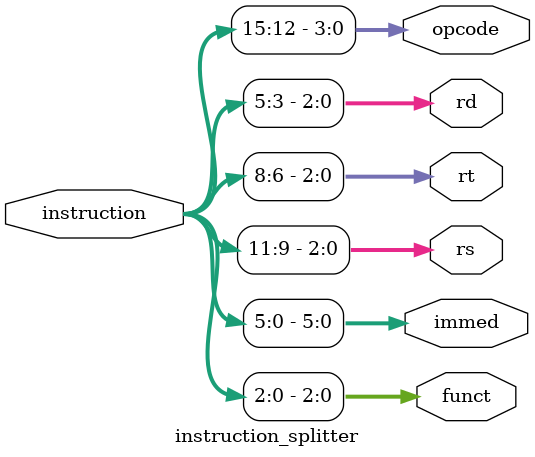
<source format=v>
module instruction_splitter(opcode, rs, rt, rd, immed, funct, instruction);
			
	output [2:0] funct;
	output [5:0] immed;
	output [2:0] rs, rt, rd;
	output [3:0] opcode;
	input [15:0] instruction;
	//FUNCT
	genvar i;
	generate
		for( i = 0; i<3; i = i+1 )
			begin: loop1
				and( funct[i], instruction[i], 1'b1);
			end
	endgenerate
	
	//IMMed
	generate
		for( i = 0; i<6; i = i+1 )
			begin: loop2
				and( immed[i], instruction[i], 1'b1);
			end
	endgenerate
	
	//RD
	generate
		for( i = 0; i<3; i = i+1 )
			begin: loop3
				and( rd[i], instruction[i+3], 1'b1);
			end
	endgenerate
	
	//RT
	generate
		for( i = 0; i<3; i = i+1 )
			begin: loop4
				and( rt[i], instruction[i+6], 1'b1);
			end
	endgenerate
	
	//RS
	generate
		for( i = 0; i<3; i = i+1 )
			begin: loop5
				and( rs[i], instruction[i+9], 1'b1);
			end
	endgenerate
	
	//OPCODE
	generate
		for( i = 0; i<4; i = i+1 )
			begin: loop6
				and( opcode[i], instruction[i+12], 1'b1);
			end
	endgenerate	
endmodule
</source>
